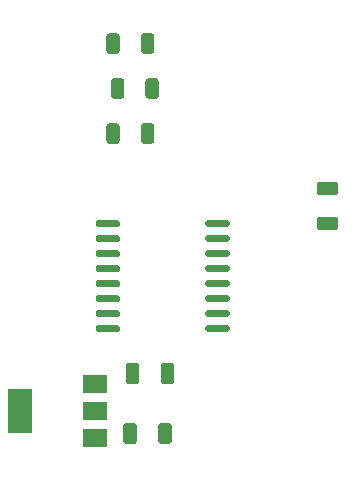
<source format=gbr>
%TF.GenerationSoftware,KiCad,Pcbnew,(5.1.9)-1*%
%TF.CreationDate,2021-11-05T10:50:43-04:00*%
%TF.ProjectId,raindrop,7261696e-6472-46f7-902e-6b696361645f,rev?*%
%TF.SameCoordinates,Original*%
%TF.FileFunction,Paste,Bot*%
%TF.FilePolarity,Positive*%
%FSLAX46Y46*%
G04 Gerber Fmt 4.6, Leading zero omitted, Abs format (unit mm)*
G04 Created by KiCad (PCBNEW (5.1.9)-1) date 2021-11-05 10:50:43*
%MOMM*%
%LPD*%
G01*
G04 APERTURE LIST*
%ADD10R,2.000000X1.500000*%
%ADD11R,2.000000X3.800000*%
G04 APERTURE END LIST*
%TO.C,U2*%
G36*
G01*
X144595000Y-113180000D02*
X144595000Y-112880000D01*
G75*
G02*
X144745000Y-112730000I150000J0D01*
G01*
X146495000Y-112730000D01*
G75*
G02*
X146645000Y-112880000I0J-150000D01*
G01*
X146645000Y-113180000D01*
G75*
G02*
X146495000Y-113330000I-150000J0D01*
G01*
X144745000Y-113330000D01*
G75*
G02*
X144595000Y-113180000I0J150000D01*
G01*
G37*
G36*
G01*
X144595000Y-111910000D02*
X144595000Y-111610000D01*
G75*
G02*
X144745000Y-111460000I150000J0D01*
G01*
X146495000Y-111460000D01*
G75*
G02*
X146645000Y-111610000I0J-150000D01*
G01*
X146645000Y-111910000D01*
G75*
G02*
X146495000Y-112060000I-150000J0D01*
G01*
X144745000Y-112060000D01*
G75*
G02*
X144595000Y-111910000I0J150000D01*
G01*
G37*
G36*
G01*
X144595000Y-110640000D02*
X144595000Y-110340000D01*
G75*
G02*
X144745000Y-110190000I150000J0D01*
G01*
X146495000Y-110190000D01*
G75*
G02*
X146645000Y-110340000I0J-150000D01*
G01*
X146645000Y-110640000D01*
G75*
G02*
X146495000Y-110790000I-150000J0D01*
G01*
X144745000Y-110790000D01*
G75*
G02*
X144595000Y-110640000I0J150000D01*
G01*
G37*
G36*
G01*
X144595000Y-109370000D02*
X144595000Y-109070000D01*
G75*
G02*
X144745000Y-108920000I150000J0D01*
G01*
X146495000Y-108920000D01*
G75*
G02*
X146645000Y-109070000I0J-150000D01*
G01*
X146645000Y-109370000D01*
G75*
G02*
X146495000Y-109520000I-150000J0D01*
G01*
X144745000Y-109520000D01*
G75*
G02*
X144595000Y-109370000I0J150000D01*
G01*
G37*
G36*
G01*
X144595000Y-108100000D02*
X144595000Y-107800000D01*
G75*
G02*
X144745000Y-107650000I150000J0D01*
G01*
X146495000Y-107650000D01*
G75*
G02*
X146645000Y-107800000I0J-150000D01*
G01*
X146645000Y-108100000D01*
G75*
G02*
X146495000Y-108250000I-150000J0D01*
G01*
X144745000Y-108250000D01*
G75*
G02*
X144595000Y-108100000I0J150000D01*
G01*
G37*
G36*
G01*
X144595000Y-106830000D02*
X144595000Y-106530000D01*
G75*
G02*
X144745000Y-106380000I150000J0D01*
G01*
X146495000Y-106380000D01*
G75*
G02*
X146645000Y-106530000I0J-150000D01*
G01*
X146645000Y-106830000D01*
G75*
G02*
X146495000Y-106980000I-150000J0D01*
G01*
X144745000Y-106980000D01*
G75*
G02*
X144595000Y-106830000I0J150000D01*
G01*
G37*
G36*
G01*
X144595000Y-105560000D02*
X144595000Y-105260000D01*
G75*
G02*
X144745000Y-105110000I150000J0D01*
G01*
X146495000Y-105110000D01*
G75*
G02*
X146645000Y-105260000I0J-150000D01*
G01*
X146645000Y-105560000D01*
G75*
G02*
X146495000Y-105710000I-150000J0D01*
G01*
X144745000Y-105710000D01*
G75*
G02*
X144595000Y-105560000I0J150000D01*
G01*
G37*
G36*
G01*
X144595000Y-104290000D02*
X144595000Y-103990000D01*
G75*
G02*
X144745000Y-103840000I150000J0D01*
G01*
X146495000Y-103840000D01*
G75*
G02*
X146645000Y-103990000I0J-150000D01*
G01*
X146645000Y-104290000D01*
G75*
G02*
X146495000Y-104440000I-150000J0D01*
G01*
X144745000Y-104440000D01*
G75*
G02*
X144595000Y-104290000I0J150000D01*
G01*
G37*
G36*
G01*
X135295000Y-104290000D02*
X135295000Y-103990000D01*
G75*
G02*
X135445000Y-103840000I150000J0D01*
G01*
X137195000Y-103840000D01*
G75*
G02*
X137345000Y-103990000I0J-150000D01*
G01*
X137345000Y-104290000D01*
G75*
G02*
X137195000Y-104440000I-150000J0D01*
G01*
X135445000Y-104440000D01*
G75*
G02*
X135295000Y-104290000I0J150000D01*
G01*
G37*
G36*
G01*
X135295000Y-105560000D02*
X135295000Y-105260000D01*
G75*
G02*
X135445000Y-105110000I150000J0D01*
G01*
X137195000Y-105110000D01*
G75*
G02*
X137345000Y-105260000I0J-150000D01*
G01*
X137345000Y-105560000D01*
G75*
G02*
X137195000Y-105710000I-150000J0D01*
G01*
X135445000Y-105710000D01*
G75*
G02*
X135295000Y-105560000I0J150000D01*
G01*
G37*
G36*
G01*
X135295000Y-106830000D02*
X135295000Y-106530000D01*
G75*
G02*
X135445000Y-106380000I150000J0D01*
G01*
X137195000Y-106380000D01*
G75*
G02*
X137345000Y-106530000I0J-150000D01*
G01*
X137345000Y-106830000D01*
G75*
G02*
X137195000Y-106980000I-150000J0D01*
G01*
X135445000Y-106980000D01*
G75*
G02*
X135295000Y-106830000I0J150000D01*
G01*
G37*
G36*
G01*
X135295000Y-108100000D02*
X135295000Y-107800000D01*
G75*
G02*
X135445000Y-107650000I150000J0D01*
G01*
X137195000Y-107650000D01*
G75*
G02*
X137345000Y-107800000I0J-150000D01*
G01*
X137345000Y-108100000D01*
G75*
G02*
X137195000Y-108250000I-150000J0D01*
G01*
X135445000Y-108250000D01*
G75*
G02*
X135295000Y-108100000I0J150000D01*
G01*
G37*
G36*
G01*
X135295000Y-109370000D02*
X135295000Y-109070000D01*
G75*
G02*
X135445000Y-108920000I150000J0D01*
G01*
X137195000Y-108920000D01*
G75*
G02*
X137345000Y-109070000I0J-150000D01*
G01*
X137345000Y-109370000D01*
G75*
G02*
X137195000Y-109520000I-150000J0D01*
G01*
X135445000Y-109520000D01*
G75*
G02*
X135295000Y-109370000I0J150000D01*
G01*
G37*
G36*
G01*
X135295000Y-110640000D02*
X135295000Y-110340000D01*
G75*
G02*
X135445000Y-110190000I150000J0D01*
G01*
X137195000Y-110190000D01*
G75*
G02*
X137345000Y-110340000I0J-150000D01*
G01*
X137345000Y-110640000D01*
G75*
G02*
X137195000Y-110790000I-150000J0D01*
G01*
X135445000Y-110790000D01*
G75*
G02*
X135295000Y-110640000I0J150000D01*
G01*
G37*
G36*
G01*
X135295000Y-111910000D02*
X135295000Y-111610000D01*
G75*
G02*
X135445000Y-111460000I150000J0D01*
G01*
X137195000Y-111460000D01*
G75*
G02*
X137345000Y-111610000I0J-150000D01*
G01*
X137345000Y-111910000D01*
G75*
G02*
X137195000Y-112060000I-150000J0D01*
G01*
X135445000Y-112060000D01*
G75*
G02*
X135295000Y-111910000I0J150000D01*
G01*
G37*
G36*
G01*
X135295000Y-113180000D02*
X135295000Y-112880000D01*
G75*
G02*
X135445000Y-112730000I150000J0D01*
G01*
X137195000Y-112730000D01*
G75*
G02*
X137345000Y-112880000I0J-150000D01*
G01*
X137345000Y-113180000D01*
G75*
G02*
X137195000Y-113330000I-150000J0D01*
G01*
X135445000Y-113330000D01*
G75*
G02*
X135295000Y-113180000I0J150000D01*
G01*
G37*
%TD*%
D10*
%TO.C,U1*%
X135230000Y-117690000D03*
X135230000Y-122290000D03*
X135230000Y-119990000D03*
D11*
X128930000Y-119990000D03*
%TD*%
%TO.C,R3*%
G36*
G01*
X137722500Y-92084999D02*
X137722500Y-93335001D01*
G75*
G02*
X137472501Y-93585000I-249999J0D01*
G01*
X136847499Y-93585000D01*
G75*
G02*
X136597500Y-93335001I0J249999D01*
G01*
X136597500Y-92084999D01*
G75*
G02*
X136847499Y-91835000I249999J0D01*
G01*
X137472501Y-91835000D01*
G75*
G02*
X137722500Y-92084999I0J-249999D01*
G01*
G37*
G36*
G01*
X140647500Y-92084999D02*
X140647500Y-93335001D01*
G75*
G02*
X140397501Y-93585000I-249999J0D01*
G01*
X139772499Y-93585000D01*
G75*
G02*
X139522500Y-93335001I0J249999D01*
G01*
X139522500Y-92084999D01*
G75*
G02*
X139772499Y-91835000I249999J0D01*
G01*
X140397501Y-91835000D01*
G75*
G02*
X140647500Y-92084999I0J-249999D01*
G01*
G37*
%TD*%
%TO.C,R2*%
G36*
G01*
X139137500Y-97145001D02*
X139137500Y-95894999D01*
G75*
G02*
X139387499Y-95645000I249999J0D01*
G01*
X140012501Y-95645000D01*
G75*
G02*
X140262500Y-95894999I0J-249999D01*
G01*
X140262500Y-97145001D01*
G75*
G02*
X140012501Y-97395000I-249999J0D01*
G01*
X139387499Y-97395000D01*
G75*
G02*
X139137500Y-97145001I0J249999D01*
G01*
G37*
G36*
G01*
X136212500Y-97145001D02*
X136212500Y-95894999D01*
G75*
G02*
X136462499Y-95645000I249999J0D01*
G01*
X137087501Y-95645000D01*
G75*
G02*
X137337500Y-95894999I0J-249999D01*
G01*
X137337500Y-97145001D01*
G75*
G02*
X137087501Y-97395000I-249999J0D01*
G01*
X136462499Y-97395000D01*
G75*
G02*
X136212500Y-97145001I0J249999D01*
G01*
G37*
%TD*%
%TO.C,R1*%
G36*
G01*
X139137500Y-89525001D02*
X139137500Y-88274999D01*
G75*
G02*
X139387499Y-88025000I249999J0D01*
G01*
X140012501Y-88025000D01*
G75*
G02*
X140262500Y-88274999I0J-249999D01*
G01*
X140262500Y-89525001D01*
G75*
G02*
X140012501Y-89775000I-249999J0D01*
G01*
X139387499Y-89775000D01*
G75*
G02*
X139137500Y-89525001I0J249999D01*
G01*
G37*
G36*
G01*
X136212500Y-89525001D02*
X136212500Y-88274999D01*
G75*
G02*
X136462499Y-88025000I249999J0D01*
G01*
X137087501Y-88025000D01*
G75*
G02*
X137337500Y-88274999I0J-249999D01*
G01*
X137337500Y-89525001D01*
G75*
G02*
X137087501Y-89775000I-249999J0D01*
G01*
X136462499Y-89775000D01*
G75*
G02*
X136212500Y-89525001I0J249999D01*
G01*
G37*
%TD*%
%TO.C,C4*%
G36*
G01*
X140600000Y-122570001D02*
X140600000Y-121269999D01*
G75*
G02*
X140849999Y-121020000I249999J0D01*
G01*
X141500001Y-121020000D01*
G75*
G02*
X141750000Y-121269999I0J-249999D01*
G01*
X141750000Y-122570001D01*
G75*
G02*
X141500001Y-122820000I-249999J0D01*
G01*
X140849999Y-122820000D01*
G75*
G02*
X140600000Y-122570001I0J249999D01*
G01*
G37*
G36*
G01*
X137650000Y-122570001D02*
X137650000Y-121269999D01*
G75*
G02*
X137899999Y-121020000I249999J0D01*
G01*
X138550001Y-121020000D01*
G75*
G02*
X138800000Y-121269999I0J-249999D01*
G01*
X138800000Y-122570001D01*
G75*
G02*
X138550001Y-122820000I-249999J0D01*
G01*
X137899999Y-122820000D01*
G75*
G02*
X137650000Y-122570001I0J249999D01*
G01*
G37*
%TD*%
%TO.C,C3*%
G36*
G01*
X154289999Y-103565000D02*
X155590001Y-103565000D01*
G75*
G02*
X155840000Y-103814999I0J-249999D01*
G01*
X155840000Y-104465001D01*
G75*
G02*
X155590001Y-104715000I-249999J0D01*
G01*
X154289999Y-104715000D01*
G75*
G02*
X154040000Y-104465001I0J249999D01*
G01*
X154040000Y-103814999D01*
G75*
G02*
X154289999Y-103565000I249999J0D01*
G01*
G37*
G36*
G01*
X154289999Y-100615000D02*
X155590001Y-100615000D01*
G75*
G02*
X155840000Y-100864999I0J-249999D01*
G01*
X155840000Y-101515001D01*
G75*
G02*
X155590001Y-101765000I-249999J0D01*
G01*
X154289999Y-101765000D01*
G75*
G02*
X154040000Y-101515001I0J249999D01*
G01*
X154040000Y-100864999D01*
G75*
G02*
X154289999Y-100615000I249999J0D01*
G01*
G37*
%TD*%
%TO.C,C2*%
G36*
G01*
X139005000Y-116189999D02*
X139005000Y-117490001D01*
G75*
G02*
X138755001Y-117740000I-249999J0D01*
G01*
X138104999Y-117740000D01*
G75*
G02*
X137855000Y-117490001I0J249999D01*
G01*
X137855000Y-116189999D01*
G75*
G02*
X138104999Y-115940000I249999J0D01*
G01*
X138755001Y-115940000D01*
G75*
G02*
X139005000Y-116189999I0J-249999D01*
G01*
G37*
G36*
G01*
X141955000Y-116189999D02*
X141955000Y-117490001D01*
G75*
G02*
X141705001Y-117740000I-249999J0D01*
G01*
X141054999Y-117740000D01*
G75*
G02*
X140805000Y-117490001I0J249999D01*
G01*
X140805000Y-116189999D01*
G75*
G02*
X141054999Y-115940000I249999J0D01*
G01*
X141705001Y-115940000D01*
G75*
G02*
X141955000Y-116189999I0J-249999D01*
G01*
G37*
%TD*%
M02*

</source>
